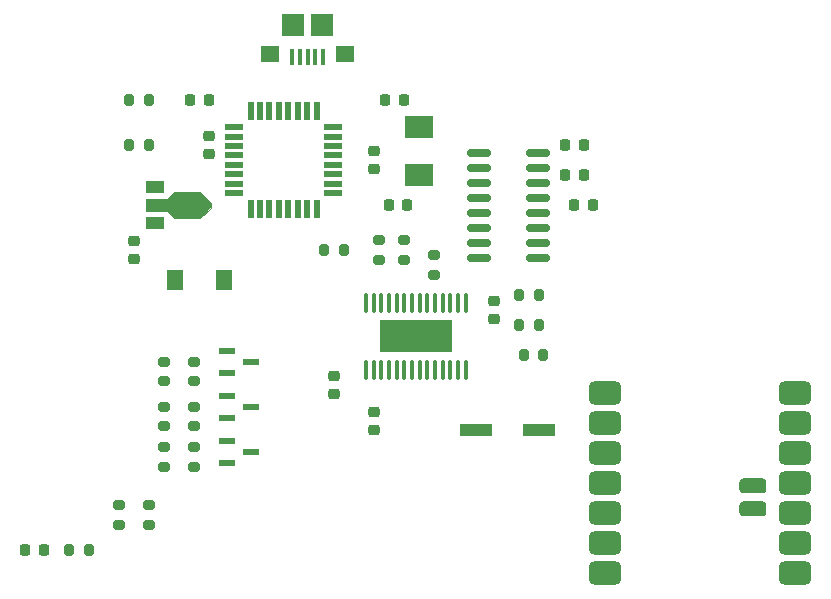
<source format=gbr>
%TF.GenerationSoftware,KiCad,Pcbnew,8.0.4*%
%TF.CreationDate,2024-11-29T22:55:19-05:00*%
%TF.ProjectId,foc_pcb,666f635f-7063-4622-9e6b-696361645f70,2.0*%
%TF.SameCoordinates,Original*%
%TF.FileFunction,Paste,Top*%
%TF.FilePolarity,Positive*%
%FSLAX46Y46*%
G04 Gerber Fmt 4.6, Leading zero omitted, Abs format (unit mm)*
G04 Created by KiCad (PCBNEW 8.0.4) date 2024-11-29 22:55:19*
%MOMM*%
%LPD*%
G01*
G04 APERTURE LIST*
G04 Aperture macros list*
%AMRoundRect*
0 Rectangle with rounded corners*
0 $1 Rounding radius*
0 $2 $3 $4 $5 $6 $7 $8 $9 X,Y pos of 4 corners*
0 Add a 4 corners polygon primitive as box body*
4,1,4,$2,$3,$4,$5,$6,$7,$8,$9,$2,$3,0*
0 Add four circle primitives for the rounded corners*
1,1,$1+$1,$2,$3*
1,1,$1+$1,$4,$5*
1,1,$1+$1,$6,$7*
1,1,$1+$1,$8,$9*
0 Add four rect primitives between the rounded corners*
20,1,$1+$1,$2,$3,$4,$5,0*
20,1,$1+$1,$4,$5,$6,$7,0*
20,1,$1+$1,$6,$7,$8,$9,0*
20,1,$1+$1,$8,$9,$2,$3,0*%
G04 Aperture macros list end*
%ADD10C,0.010000*%
%ADD11RoundRect,0.200000X0.275000X-0.200000X0.275000X0.200000X-0.275000X0.200000X-0.275000X-0.200000X0*%
%ADD12RoundRect,0.225000X-0.250000X0.225000X-0.250000X-0.225000X0.250000X-0.225000X0.250000X0.225000X0*%
%ADD13R,2.692400X1.092200*%
%ADD14RoundRect,0.200000X-0.275000X0.200000X-0.275000X-0.200000X0.275000X-0.200000X0.275000X0.200000X0*%
%ADD15R,1.320800X0.558800*%
%ADD16R,1.350000X1.800000*%
%ADD17RoundRect,0.200000X-0.200000X-0.275000X0.200000X-0.275000X0.200000X0.275000X-0.200000X0.275000X0*%
%ADD18RoundRect,0.225000X0.225000X0.250000X-0.225000X0.250000X-0.225000X-0.250000X0.225000X-0.250000X0*%
%ADD19R,0.400000X1.350000*%
%ADD20R,1.600000X1.400000*%
%ADD21R,1.900000X1.900000*%
%ADD22O,0.343000X1.731500*%
%ADD23R,6.200000X2.750000*%
%ADD24RoundRect,0.225000X-0.225000X-0.250000X0.225000X-0.250000X0.225000X0.250000X-0.225000X0.250000X0*%
%ADD25RoundRect,0.218750X-0.218750X-0.256250X0.218750X-0.256250X0.218750X0.256250X-0.218750X0.256250X0*%
%ADD26RoundRect,0.500000X0.875000X0.500000X-0.875000X0.500000X-0.875000X-0.500000X0.875000X-0.500000X0*%
%ADD27RoundRect,0.317500X-0.825500X0.317500X-0.825500X-0.317500X0.825500X-0.317500X0.825500X0.317500X0*%
%ADD28RoundRect,0.200000X0.200000X0.275000X-0.200000X0.275000X-0.200000X-0.275000X0.200000X-0.275000X0*%
%ADD29R,2.400000X1.900000*%
%ADD30RoundRect,0.225000X0.250000X-0.225000X0.250000X0.225000X-0.250000X0.225000X-0.250000X-0.225000X0*%
%ADD31RoundRect,0.068750X0.666250X0.206250X-0.666250X0.206250X-0.666250X-0.206250X0.666250X-0.206250X0*%
%ADD32RoundRect,0.068750X0.206250X0.666250X-0.206250X0.666250X-0.206250X-0.666250X0.206250X-0.666250X0*%
%ADD33R,1.500000X1.000000*%
%ADD34RoundRect,0.150000X-0.825000X-0.150000X0.825000X-0.150000X0.825000X0.150000X-0.825000X0.150000X0*%
G04 APERTURE END LIST*
D10*
%TO.C,VR1*%
X221190000Y-114100000D02*
X221190000Y-114500000D01*
X220290000Y-115400000D01*
X218090000Y-115400000D01*
X217490000Y-114800000D01*
X215690000Y-114800000D01*
X215690000Y-113800000D01*
X217490000Y-113800000D01*
X218090000Y-113200000D01*
X220290000Y-113200000D01*
X221190000Y-114100000D01*
G36*
X221190000Y-114100000D02*
G01*
X221190000Y-114500000D01*
X220290000Y-115400000D01*
X218090000Y-115400000D01*
X217490000Y-114800000D01*
X215690000Y-114800000D01*
X215690000Y-113800000D01*
X217490000Y-113800000D01*
X218090000Y-113200000D01*
X220290000Y-113200000D01*
X221190000Y-114100000D01*
G37*
%TD*%
D11*
%TO.C,R19*%
X213390000Y-141350000D03*
X213390000Y-139700000D03*
%TD*%
D12*
%TO.C,C4*%
X214630000Y-117335000D03*
X214630000Y-118885000D03*
%TD*%
D13*
%TO.C,C11*%
X243611400Y-133350000D03*
X248920000Y-133350000D03*
%TD*%
D14*
%TO.C,R7*%
X237490000Y-117285000D03*
X237490000Y-118935000D03*
%TD*%
D15*
%TO.C,U3*%
X222504000Y-134225200D03*
X222504000Y-136104800D03*
X224536000Y-135165000D03*
%TD*%
D11*
%TO.C,R17*%
X217170000Y-133005000D03*
X217170000Y-131355000D03*
%TD*%
%TO.C,R6*%
X235395000Y-118935000D03*
X235395000Y-117285000D03*
%TD*%
D16*
%TO.C,SW1*%
X218100000Y-120650000D03*
X222250000Y-120650000D03*
%TD*%
D17*
%TO.C,R13*%
X214250000Y-105410000D03*
X215900000Y-105410000D03*
%TD*%
%TO.C,R2*%
X247270000Y-124460000D03*
X248920000Y-124460000D03*
%TD*%
D15*
%TO.C,U4*%
X222504000Y-130415200D03*
X222504000Y-132294800D03*
X224536000Y-131355000D03*
%TD*%
D18*
%TO.C,C9*%
X253505000Y-114300000D03*
X251955000Y-114300000D03*
%TD*%
D19*
%TO.C,J12*%
X230660000Y-101735000D03*
X230010000Y-101735000D03*
X229360000Y-101735000D03*
X228710000Y-101735000D03*
X228060000Y-101735000D03*
D20*
X232560000Y-101510000D03*
X226160000Y-101510000D03*
D21*
X228160000Y-99060000D03*
X230560000Y-99060000D03*
%TD*%
D12*
%TO.C,C2*%
X231635000Y-128765000D03*
X231635000Y-130315000D03*
%TD*%
D22*
%TO.C,U1*%
X234300000Y-128270000D03*
X234950000Y-128270000D03*
X235600000Y-128270000D03*
X236250000Y-128270000D03*
X236900000Y-128270000D03*
X237550000Y-128270000D03*
X238200000Y-128270000D03*
X238850000Y-128270000D03*
X239500000Y-128270000D03*
X240150000Y-128270000D03*
X240800000Y-128270000D03*
X241450000Y-128270000D03*
X242100000Y-128270000D03*
X242750000Y-128270000D03*
X242750000Y-122538000D03*
X242100000Y-122538000D03*
X241450000Y-122538000D03*
X240800000Y-122538000D03*
X240150000Y-122538000D03*
X239500000Y-122538000D03*
X238850000Y-122538000D03*
X238200000Y-122538000D03*
X237550000Y-122538000D03*
X236900000Y-122538000D03*
X236250000Y-122538000D03*
X235600000Y-122538000D03*
X234950000Y-122538000D03*
X234300000Y-122538000D03*
D23*
X238525000Y-125404000D03*
%TD*%
D11*
%TO.C,R15*%
X217170000Y-136435000D03*
X217170000Y-134785000D03*
%TD*%
D24*
%TO.C,C10*%
X251180000Y-111760000D03*
X252730000Y-111760000D03*
%TD*%
D14*
%TO.C,R12*%
X240030000Y-118555000D03*
X240030000Y-120205000D03*
%TD*%
D17*
%TO.C,R5*%
X230760000Y-118110000D03*
X232410000Y-118110000D03*
%TD*%
D25*
%TO.C,D5*%
X205435000Y-143510000D03*
X207010000Y-143510000D03*
%TD*%
D24*
%TO.C,C7*%
X219430000Y-105410000D03*
X220980000Y-105410000D03*
%TD*%
D26*
%TO.C,U6*%
X270671000Y-145432750D03*
X270671000Y-142892750D03*
X270671000Y-140352750D03*
X270671000Y-137812750D03*
X270671000Y-135272750D03*
X270671000Y-132732750D03*
X270671000Y-130192750D03*
X254506000Y-130192750D03*
X254506000Y-132732750D03*
X254506000Y-135272750D03*
X254506000Y-137812750D03*
X254506000Y-140352750D03*
X254506000Y-142892750D03*
X254506000Y-145432750D03*
D27*
X267061000Y-138107750D03*
X267061000Y-140012750D03*
%TD*%
D11*
%TO.C,R18*%
X219710000Y-133005000D03*
X219710000Y-131355000D03*
%TD*%
D18*
%TO.C,C12*%
X252730000Y-109220000D03*
X251180000Y-109220000D03*
%TD*%
D24*
%TO.C,C16*%
X236220000Y-114300000D03*
X237770000Y-114300000D03*
%TD*%
D28*
%TO.C,R10*%
X210820000Y-143510000D03*
X209170000Y-143510000D03*
%TD*%
D29*
%TO.C,Y1*%
X238760000Y-107660000D03*
X238760000Y-111760000D03*
%TD*%
D30*
%TO.C,C8*%
X234950000Y-111265000D03*
X234950000Y-109715000D03*
%TD*%
D31*
%TO.C,U2*%
X231500000Y-113290000D03*
X231500000Y-112490000D03*
X231500000Y-111690000D03*
X231500000Y-110890000D03*
X231500000Y-110090000D03*
X231500000Y-109290000D03*
X231500000Y-108490000D03*
X231500000Y-107690000D03*
D32*
X230130000Y-106320000D03*
X229330000Y-106320000D03*
X228530000Y-106320000D03*
X227730000Y-106320000D03*
X226930000Y-106320000D03*
X226130000Y-106320000D03*
X225330000Y-106320000D03*
X224530000Y-106320000D03*
D31*
X223160000Y-107690000D03*
X223160000Y-108490000D03*
X223160000Y-109290000D03*
X223160000Y-110090000D03*
X223160000Y-110890000D03*
X223160000Y-111690000D03*
X223160000Y-112490000D03*
X223160000Y-113290000D03*
D32*
X224530000Y-114660000D03*
X225330000Y-114660000D03*
X226130000Y-114660000D03*
X226930000Y-114660000D03*
X227730000Y-114660000D03*
X228530000Y-114660000D03*
X229330000Y-114660000D03*
X230130000Y-114660000D03*
%TD*%
D33*
%TO.C,VR1*%
X216440000Y-112800000D03*
X216440000Y-115800000D03*
%TD*%
D17*
%TO.C,R1*%
X247650000Y-127000000D03*
X249300000Y-127000000D03*
%TD*%
%TO.C,R3*%
X247270000Y-121920000D03*
X248920000Y-121920000D03*
%TD*%
D15*
%TO.C,U7*%
X222504000Y-126605200D03*
X222504000Y-128484800D03*
X224536000Y-127545000D03*
%TD*%
D18*
%TO.C,C17*%
X237490000Y-105410000D03*
X235940000Y-105410000D03*
%TD*%
D11*
%TO.C,R16*%
X219710000Y-136435000D03*
X219710000Y-134785000D03*
%TD*%
D34*
%TO.C,U5*%
X243905000Y-109855000D03*
X243905000Y-111125000D03*
X243905000Y-112395000D03*
X243905000Y-113665000D03*
X243905000Y-114935000D03*
X243905000Y-116205000D03*
X243905000Y-117475000D03*
X243905000Y-118745000D03*
X248855000Y-118745000D03*
X248855000Y-117475000D03*
X248855000Y-116205000D03*
X248855000Y-114935000D03*
X248855000Y-113665000D03*
X248855000Y-112395000D03*
X248855000Y-111125000D03*
X248855000Y-109855000D03*
%TD*%
D12*
%TO.C,C3*%
X234950000Y-131800000D03*
X234950000Y-133350000D03*
%TD*%
D11*
%TO.C,R20*%
X215900000Y-141350000D03*
X215900000Y-139700000D03*
%TD*%
%TO.C,R8*%
X219710000Y-129195000D03*
X219710000Y-127545000D03*
%TD*%
%TO.C,R4*%
X217170000Y-129195000D03*
X217170000Y-127545000D03*
%TD*%
D30*
%TO.C,C6*%
X220980000Y-109995000D03*
X220980000Y-108445000D03*
%TD*%
%TO.C,C1*%
X245110000Y-123965000D03*
X245110000Y-122415000D03*
%TD*%
D17*
%TO.C,R14*%
X214250000Y-109220000D03*
X215900000Y-109220000D03*
%TD*%
M02*

</source>
